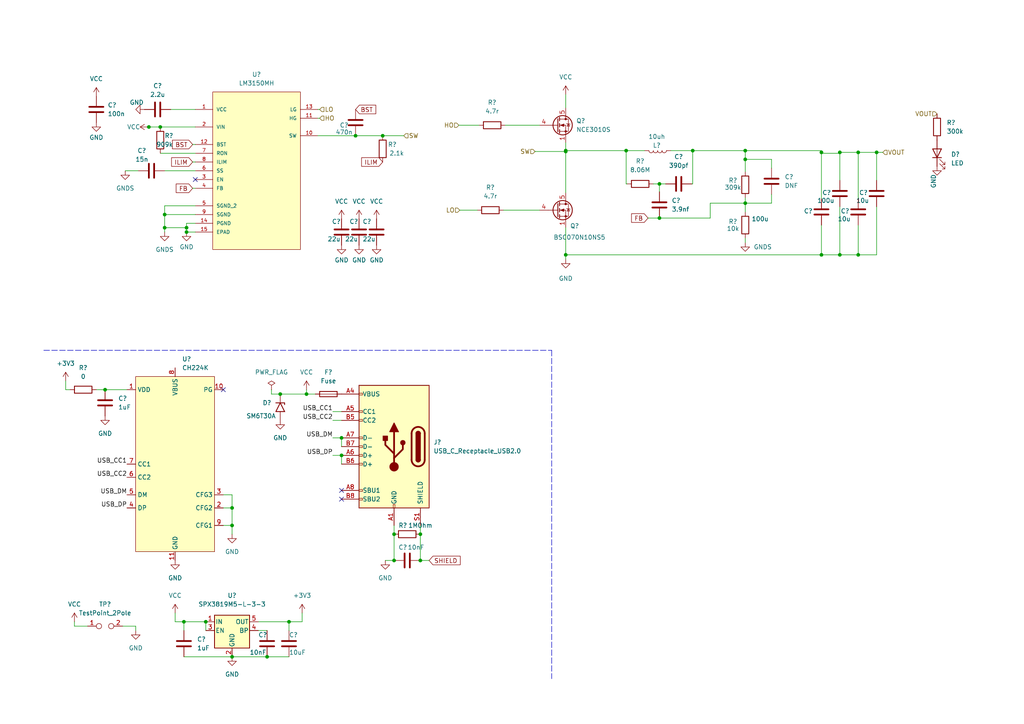
<source format=kicad_sch>
(kicad_sch (version 20211123) (generator eeschema)
  (paper "A4")
  (lib_symbols
    (symbol "0_RM2023:LM3150MH" (pin_names (offset 1.016))
      (property "Reference" "U" (at -4.4958 22.479 0))
      (property "Value" "LM3150MH" (at -6.1214 -28.7528 0))
      (symbol "LM3150MH_0_0"
        (rectangle (start -12.7 -25.4) (end 12.7 20.32) (stroke (width 0.1524)) (fill (type background)))
        (pin power_in line (at -17.78 15.24 0) (length 5.08) (name "VCC") (number "1"))
        (pin output line (at 17.78 7.62 180) (length 5.08) (name "SW") (number "10"))
        (pin output line (at 17.78 12.7 180) (length 5.08) (name "HG") (number "11"))
        (pin input line (at -17.78 5.08 0) (length 5.08) (name "BST") (number "12"))
        (pin output line (at 17.78 15.24 180) (length 5.08) (name "LG") (number "13"))
        (pin passive line (at -17.78 -17.78 0) (length 5.08) (name "PGND") (number "14"))
        (pin passive line (at -17.78 -20.32 0) (length 5.08) (name "EPAD") (number "15"))
        (pin input line (at -17.78 10.16 0) (length 5.08) (name "VIN") (number "2"))
        (pin input line (at -17.78 -5.08 0) (length 5.08) (name "EN") (number "3"))
        (pin input line (at -17.78 -7.62 0) (length 5.08) (name "FB") (number "4"))
        (pin passive line (at -17.78 -12.7 0) (length 5.08) (name "SGND_2") (number "5"))
        (pin input line (at -17.78 -2.54 0) (length 5.08) (name "SS") (number "6"))
        (pin input line (at -17.78 2.54 0) (length 5.08) (name "RON") (number "7"))
        (pin input line (at -17.78 0 0) (length 5.08) (name "ILIM") (number "8"))
        (pin passive line (at -17.78 -15.24 0) (length 5.08) (name "SGND") (number "9"))
      )
    )
    (symbol "Connector:TestPoint_2Pole" (pin_names (offset 0.762) hide)
      (property "Reference" "TP" (at 0 1.524 0))
      (property "Value" "TestPoint_2Pole" (at 0 -1.778 0))
      (symbol "TestPoint_2Pole_0_1"
        (circle (center -1.778 0) (radius 0.762))
        (circle (center 1.778 0) (radius 0.762))
        (pin passive line (at -5.08 0 0) (length 2.54) (name "1") (number "1"))
        (pin passive line (at 5.08 0 180) (length 2.54) (name "2") (number "2"))
      )
    )
    (symbol "Connector:USB_C_Receptacle_USB2.0" (pin_names (offset 1.016))
      (property "Reference" "J" (at -10.16 19.05 0))
      (property "Value" "USB_C_Receptacle_USB2.0" (at 19.05 19.05 0))
      (symbol "USB_C_Receptacle_USB2.0_0_0"
        (rectangle (start -0.254 -17.78) (end 0.254 -16.764))
        (rectangle (start 10.16 -14.986) (end 9.144 -15.494))
        (rectangle (start 10.16 -12.446) (end 9.144 -12.954))
        (rectangle (start 10.16 -4.826) (end 9.144 -5.334))
        (rectangle (start 10.16 -2.286) (end 9.144 -2.794))
        (rectangle (start 10.16 0.254) (end 9.144 -0.254))
        (rectangle (start 10.16 2.794) (end 9.144 2.286))
        (rectangle (start 10.16 7.874) (end 9.144 7.366))
        (rectangle (start 10.16 10.414) (end 9.144 9.906))
        (rectangle (start 10.16 15.494) (end 9.144 14.986))
      )
      (symbol "USB_C_Receptacle_USB2.0_0_1"
        (rectangle (start -10.16 17.78) (end 10.16 -17.78) (stroke (width 0.254)) (fill (type background)))
        (arc (start -8.89 -3.81) (mid -6.985 -5.715) (end -5.08 -3.81) (stroke (width 0.508)))
        (arc (start -7.62 -3.81) (mid -6.985 -4.445) (end -6.35 -3.81) (stroke (width 0.254)))
        (arc (start -7.62 -3.81) (mid -6.985 -4.445) (end -6.35 -3.81) (stroke (width 0.254)) (fill (type outline)))
        (rectangle (start -7.62 -3.81) (end -6.35 3.81) (stroke (width 0.254)) (fill (type outline)))
        (arc (start -6.35 3.81) (mid -6.985 4.445) (end -7.62 3.81) (stroke (width 0.254)))
        (arc (start -6.35 3.81) (mid -6.985 4.445) (end -7.62 3.81) (stroke (width 0.254)) (fill (type outline)))
        (arc (start -5.08 3.81) (mid -6.985 5.715) (end -8.89 3.81) (stroke (width 0.508)))
        (circle (center -2.54 1.143) (radius 0.635) (stroke (width 0.254)) (fill (type outline)))
        (circle (center 0 -5.842) (radius 1.27) (fill (type outline)))
        (polyline (pts (xy -8.89 -3.81) (xy -8.89 3.81)) (stroke (width 0.508)))
        (polyline (pts (xy -5.08 3.81) (xy -5.08 -3.81)) (stroke (width 0.508)))
        (polyline (pts (xy 0 -5.842) (xy 0 4.318)) (stroke (width 0.508)))
        (polyline (pts (xy 0 -3.302) (xy -2.54 -0.762) (xy -2.54 0.508)) (stroke (width 0.508)))
        (polyline (pts (xy 0 -2.032) (xy 2.54 0.508) (xy 2.54 1.778)) (stroke (width 0.508)))
        (polyline (pts (xy -1.27 4.318) (xy 0 6.858) (xy 1.27 4.318) (xy -1.27 4.318)) (stroke (width 0.254)) (fill (type outline)))
        (rectangle (start 1.905 1.778) (end 3.175 3.048) (stroke (width 0.254)) (fill (type outline)))
      )
      (symbol "USB_C_Receptacle_USB2.0_1_1"
        (pin passive line (at 0 -22.86 90) (length 5.08) (name "GND") (number "A1"))
        (pin passive line (at 0 -22.86 90) (length 5.08) hide (name "GND") (number "A12"))
        (pin passive line (at 15.24 15.24 180) (length 5.08) (name "VBUS") (number "A4"))
        (pin bidirectional line (at 15.24 10.16 180) (length 5.08) (name "CC1") (number "A5"))
        (pin bidirectional line (at 15.24 -2.54 180) (length 5.08) (name "D+") (number "A6"))
        (pin bidirectional line (at 15.24 2.54 180) (length 5.08) (name "D-") (number "A7"))
        (pin bidirectional line (at 15.24 -12.7 180) (length 5.08) (name "SBU1") (number "A8"))
        (pin passive line (at 15.24 15.24 180) (length 5.08) hide (name "VBUS") (number "A9"))
        (pin passive line (at 0 -22.86 90) (length 5.08) hide (name "GND") (number "B1"))
        (pin passive line (at 0 -22.86 90) (length 5.08) hide (name "GND") (number "B12"))
        (pin passive line (at 15.24 15.24 180) (length 5.08) hide (name "VBUS") (number "B4"))
        (pin bidirectional line (at 15.24 7.62 180) (length 5.08) (name "CC2") (number "B5"))
        (pin bidirectional line (at 15.24 -5.08 180) (length 5.08) (name "D+") (number "B6"))
        (pin bidirectional line (at 15.24 0 180) (length 5.08) (name "D-") (number "B7"))
        (pin bidirectional line (at 15.24 -15.24 180) (length 5.08) (name "SBU2") (number "B8"))
        (pin passive line (at 15.24 15.24 180) (length 5.08) hide (name "VBUS") (number "B9"))
        (pin passive line (at -7.62 -22.86 90) (length 5.08) (name "SHIELD") (number "S1"))
      )
    )
    (symbol "Device:C" (pin_numbers hide) (pin_names (offset 0.254))
      (property "Reference" "C" (at 0.635 2.54 0))
      (property "Value" "C" (at 0.635 -2.54 0))
      (symbol "C_0_1"
        (polyline (pts (xy -2.032 -0.762) (xy 2.032 -0.762)) (stroke (width 0.508)))
        (polyline (pts (xy -2.032 0.762) (xy 2.032 0.762)) (stroke (width 0.508)))
      )
      (symbol "C_1_1"
        (pin passive line (at 0 3.81 270) (length 2.794) (name "~") (number "1"))
        (pin passive line (at 0 -3.81 90) (length 2.794) (name "~") (number "2"))
      )
    )
    (symbol "Device:Fuse" (pin_numbers hide) (pin_names (offset 0))
      (property "Reference" "F" (at 2.032 0 90))
      (property "Value" "Fuse" (at -1.905 0 90))
      (symbol "Fuse_0_1"
        (rectangle (start -0.762 -2.54) (end 0.762 2.54) (stroke (width 0.254)))
        (polyline (pts (xy 0 2.54) (xy 0 -2.54)))
      )
      (symbol "Fuse_1_1"
        (pin passive line (at 0 3.81 270) (length 1.27) (name "~") (number "1"))
        (pin passive line (at 0 -3.81 90) (length 1.27) (name "~") (number "2"))
      )
    )
    (symbol "Device:L" (pin_numbers hide) (pin_names (offset 1.016) hide)
      (property "Reference" "L" (at -1.27 0 90))
      (property "Value" "L" (at 1.905 0 90))
      (symbol "L_0_1"
        (arc (start 0 -2.54) (mid 0.635 -1.905) (end 0 -1.27))
        (arc (start 0 -1.27) (mid 0.635 -0.635) (end 0 0))
        (arc (start 0 0) (mid 0.635 0.635) (end 0 1.27))
        (arc (start 0 1.27) (mid 0.635 1.905) (end 0 2.54))
      )
      (symbol "L_1_1"
        (pin passive line (at 0 3.81 270) (length 1.27) (name "1") (number "1"))
        (pin passive line (at 0 -3.81 90) (length 1.27) (name "2") (number "2"))
      )
    )
    (symbol "Device:LED" (pin_numbers hide) (pin_names (offset 1.016) hide)
      (property "Reference" "D" (at 0 2.54 0))
      (property "Value" "LED" (at 0 -2.54 0))
      (symbol "LED_0_1"
        (polyline (pts (xy -1.27 -1.27) (xy -1.27 1.27)) (stroke (width 0.254)))
        (polyline (pts (xy -1.27 0) (xy 1.27 0)))
        (polyline (pts (xy 1.27 -1.27) (xy 1.27 1.27) (xy -1.27 0) (xy 1.27 -1.27)) (stroke (width 0.254)))
        (polyline (pts (xy -3.048 -0.762) (xy -4.572 -2.286) (xy -3.81 -2.286) (xy -4.572 -2.286) (xy -4.572 -1.524)))
        (polyline (pts (xy -1.778 -0.762) (xy -3.302 -2.286) (xy -2.54 -2.286) (xy -3.302 -2.286) (xy -3.302 -1.524)))
      )
      (symbol "LED_1_1"
        (pin passive line (at -3.81 0 0) (length 2.54) (name "K") (number "1"))
        (pin passive line (at 3.81 0 180) (length 2.54) (name "A") (number "2"))
      )
    )
    (symbol "Device:R" (pin_numbers hide) (pin_names (offset 0))
      (property "Reference" "R" (at 2.032 0 90))
      (property "Value" "R" (at 0 0 90))
      (symbol "R_0_1"
        (rectangle (start -1.016 -2.54) (end 1.016 2.54) (stroke (width 0.254)))
      )
      (symbol "R_1_1"
        (pin passive line (at 0 3.81 270) (length 1.27) (name "~") (number "1"))
        (pin passive line (at 0 -3.81 90) (length 1.27) (name "~") (number "2"))
      )
    )
    (symbol "Diode:SM6T30A" (pin_numbers hide) (pin_names (offset 1.016) hide)
      (property "Reference" "D" (at 0 2.54 0))
      (property "Value" "SM6T30A" (at 0 -2.54 0))
      (symbol "SM6T30A_0_1"
        (polyline (pts (xy -0.762 1.27) (xy -1.27 1.27) (xy -1.27 -1.27)) (stroke (width 0.254)))
        (polyline (pts (xy 1.27 1.27) (xy 1.27 -1.27) (xy -1.27 0) (xy 1.27 1.27)) (stroke (width 0.254)))
      )
      (symbol "SM6T30A_1_1"
        (pin passive line (at -3.81 0 0) (length 2.54) (name "A1") (number "1"))
        (pin passive line (at 3.81 0 180) (length 2.54) (name "A2") (number "2"))
      )
    )
    (symbol "Regulator_Linear:SPX3819M5-L-3-3" (pin_names (offset 0.254))
      (property "Reference" "U" (at -3.81 5.715 0))
      (property "Value" "SPX3819M5-L-3-3" (at 0 5.715 0))
      (symbol "SPX3819M5-L-3-3_0_1"
        (rectangle (start -5.08 4.445) (end 5.08 -5.08) (stroke (width 0.254)) (fill (type background)))
      )
      (symbol "SPX3819M5-L-3-3_1_1"
        (pin power_in line (at -7.62 2.54 0) (length 2.54) (name "IN") (number "1"))
        (pin power_in line (at 0 -7.62 90) (length 2.54) (name "GND") (number "2"))
        (pin input line (at -7.62 0 0) (length 2.54) (name "EN") (number "3"))
        (pin input line (at 7.62 0 180) (length 2.54) (name "BP") (number "4"))
        (pin power_out line (at 7.62 2.54 180) (length 2.54) (name "OUT") (number "5"))
      )
    )
    (symbol "Transistor_FET:BSC070N10NS5" (pin_names hide)
      (property "Reference" "Q" (at 5.08 1.905 0))
      (property "Value" "BSC070N10NS5" (at 5.08 0 0))
      (symbol "BSC070N10NS5_0_1"
        (polyline (pts (xy 0.254 0) (xy -2.54 0)))
        (polyline (pts (xy 0.254 1.905) (xy 0.254 -1.905)) (stroke (width 0.254)))
        (polyline (pts (xy 0.762 -1.27) (xy 0.762 -2.286)) (stroke (width 0.254)))
        (polyline (pts (xy 0.762 0.508) (xy 0.762 -0.508)) (stroke (width 0.254)))
        (polyline (pts (xy 0.762 2.286) (xy 0.762 1.27)) (stroke (width 0.254)))
        (polyline (pts (xy 2.54 2.54) (xy 2.54 1.778)))
        (polyline (pts (xy 2.54 -2.54) (xy 2.54 0) (xy 0.762 0)))
        (polyline (pts (xy 0.762 -1.778) (xy 3.302 -1.778) (xy 3.302 1.778) (xy 0.762 1.778)))
        (polyline (pts (xy 1.016 0) (xy 2.032 0.381) (xy 2.032 -0.381) (xy 1.016 0)) (fill (type outline)))
        (polyline (pts (xy 2.794 0.508) (xy 2.921 0.381) (xy 3.683 0.381) (xy 3.81 0.254)))
        (polyline (pts (xy 3.302 0.381) (xy 2.921 -0.254) (xy 3.683 -0.254) (xy 3.302 0.381)))
        (circle (center 1.651 0) (radius 2.794) (stroke (width 0.254)))
        (circle (center 2.54 -1.778) (radius 0.254) (fill (type outline)))
        (circle (center 2.54 1.778) (radius 0.254) (fill (type outline)))
      )
      (symbol "BSC070N10NS5_1_1"
        (pin passive line (at 2.54 -5.08 90) (length 2.54) (name "S") (number "1"))
        (pin passive line (at 2.54 -5.08 90) (length 2.54) hide (name "S") (number "2"))
        (pin passive line (at 2.54 -5.08 90) (length 2.54) hide (name "S") (number "3"))
        (pin passive line (at -5.08 0 0) (length 2.54) (name "G") (number "4"))
        (pin passive line (at 2.54 5.08 270) (length 2.54) (name "D") (number "5"))
      )
    )
    (symbol "power:+3V3" (power) (pin_names (offset 0))
      (property "Value" "+3V3" (at 0 3.556 0))
      (symbol "+3V3_0_1"
        (polyline (pts (xy -0.762 1.27) (xy 0 2.54)))
        (polyline (pts (xy 0 0) (xy 0 2.54)))
        (polyline (pts (xy 0 2.54) (xy 0.762 1.27)))
      )
      (symbol "+3V3_1_1"
        (pin power_in line (at 0 0 90) (length 0) hide (name "+3V3") (number "1"))
      )
    )
    (symbol "power:GND" (power) (pin_names (offset 0))
      (property "Value" "GND" (at 0 -3.81 0))
      (symbol "GND_0_1"
        (polyline (pts (xy 0 0) (xy 0 -1.27) (xy 1.27 -1.27) (xy 0 -2.54) (xy -1.27 -1.27) (xy 0 -1.27)))
      )
      (symbol "GND_1_1"
        (pin power_in line (at 0 0 270) (length 0) hide (name "GND") (number "1"))
      )
    )
    (symbol "power:GNDS" (power) (pin_names (offset 0))
      (property "Value" "GNDS" (at 0 -3.81 0))
      (symbol "GNDS_0_1"
        (polyline (pts (xy 0 0) (xy 0 -1.27) (xy 1.27 -1.27) (xy 0 -2.54) (xy -1.27 -1.27) (xy 0 -1.27)))
      )
      (symbol "GNDS_1_1"
        (pin power_in line (at 0 0 270) (length 0) hide (name "GNDS") (number "1"))
      )
    )
    (symbol "power:PWR_FLAG" (power) (pin_numbers hide) (pin_names (offset 0) hide)
      (property "Value" "PWR_FLAG" (at 0 3.81 0))
      (symbol "PWR_FLAG_0_0"
        (pin power_out line (at 0 0 90) (length 0) (name "pwr") (number "1"))
      )
      (symbol "PWR_FLAG_0_1"
        (polyline (pts (xy 0 0) (xy 0 1.27) (xy -1.016 1.905) (xy 0 2.54) (xy 1.016 1.905) (xy 0 1.27)))
      )
    )
    (symbol "power:VCC" (power) (pin_names (offset 0))
      (property "Value" "VCC" (at 0 3.81 0))
      (symbol "VCC_0_1"
        (polyline (pts (xy -0.762 1.27) (xy 0 2.54)))
        (polyline (pts (xy 0 0) (xy 0 2.54)))
        (polyline (pts (xy 0 2.54) (xy 0.762 1.27)))
      )
      (symbol "VCC_1_1"
        (pin power_in line (at 0 0 90) (length 0) hide (name "VCC") (number "1"))
      )
    )
    (symbol "wch-usb-pd:CH224K"
      (property "Reference" "U" (at 7.62 -29.21 0))
      (property "Value" "CH224K" (at 7.62 -26.67 0))
      (symbol "CH224K_0_1"
        (rectangle (start -11.43 25.4) (end 11.43 -25.4) (stroke (width 0.1524)) (fill (type background)))
      )
      (symbol "CH224K_1_1"
        (pin power_in line (at -13.97 21.59 0) (length 2.54) (name "VDD") (number "1"))
        (pin output line (at 13.97 21.59 180) (length 2.54) (name "PG") (number "10"))
        (pin passive line (at 0 -27.94 90) (length 2.54) (name "GND") (number "11"))
        (pin input line (at 13.97 -12.7 180) (length 2.54) (name "CFG2") (number "2"))
        (pin input line (at 13.97 -8.89 180) (length 2.54) (name "CFG3") (number "3"))
        (pin bidirectional line (at -13.97 -12.7 0) (length 2.54) (name "DP") (number "4"))
        (pin bidirectional line (at -13.97 -8.89 0) (length 2.54) (name "DM") (number "5"))
        (pin bidirectional line (at -13.97 -3.81 0) (length 2.54) (name "CC2") (number "6"))
        (pin bidirectional line (at -13.97 0 0) (length 2.54) (name "CC1") (number "7"))
        (pin input line (at 0 27.94 270) (length 2.54) (name "VBUS") (number "8"))
        (pin input line (at 13.97 -17.78 180) (length 2.54) (name "CFG1") (number "9"))
      )
    )
  )
  (junction (at 254.254 44.196))
  (junction (at 121.92 154.94))
  (junction (at 114.3 154.94))
  (junction (at 248.92 73.914))
  (junction (at 243.586 44.196))
  (junction (at 110.998 39.37))
  (junction (at 47.752 66.04))
  (junction (at 30.48 113.03))
  (junction (at 81.28 114.3))
  (junction (at 164.084 73.914))
  (junction (at 83.82 180.34))
  (junction (at 43.18 36.83))
  (junction (at 103.124 39.37))
  (junction (at 67.31 190.5))
  (junction (at 216.154 43.688))
  (junction (at 54.102 66.04))
  (junction (at 99.06 132.08))
  (junction (at 67.31 152.4))
  (junction (at 216.154 46.228))
  (junction (at 99.06 127))
  (junction (at 164.084 43.942))
  (junction (at 54.102 67.31))
  (junction (at 46.482 36.83))
  (junction (at 53.34 180.34))
  (junction (at 238.252 73.914))
  (junction (at 191.262 63.246))
  (junction (at 121.92 162.56))
  (junction (at 216.154 58.928))
  (junction (at 200.914 43.688))
  (junction (at 243.586 73.914))
  (junction (at 114.3 162.56))
  (junction (at 77.47 190.5))
  (junction (at 164.084 43.688))
  (junction (at 47.752 62.23))
  (junction (at 181.61 43.688))
  (junction (at 67.31 147.32))
  (junction (at 191.262 53.34))
  (junction (at 59.69 180.34))
  (junction (at 88.9 114.3))
  (junction (at 248.92 44.196))
  (junction (at 238.252 44.196))
  (no_connect (at 64.77 113.03))
  (no_connect (at 56.642 52.07))
  (no_connect (at 99.06 142.24))
  (no_connect (at 99.06 144.78))
  (wire (pts (xy 111.76 162.56) (xy 114.3 162.56)))
  (wire (pts (xy 133.096 36.322) (xy 138.938 36.322)))
  (wire (pts (xy 67.31 190.5) (xy 77.47 190.5)))
  (wire (pts (xy 133.35 60.96) (xy 138.43 60.96)))
  (wire (pts (xy 54.102 67.31) (xy 56.642 67.31)))
  (wire (pts (xy 155.194 43.942) (xy 164.084 43.942)))
  (wire (pts (xy 53.34 190.5) (xy 67.31 190.5)))
  (wire (pts (xy 50.8 177.8) (xy 50.8 180.34)))
  (wire (pts (xy 59.69 180.34) (xy 59.69 182.88)))
  (wire (pts (xy 191.262 53.34) (xy 189.484 53.34)))
  (wire (pts (xy 238.252 44.196) (xy 238.252 57.658)))
  (wire (pts (xy 248.92 73.914) (xy 254.254 73.914)))
  (wire (pts (xy 46.482 36.83) (xy 56.642 36.83)))
  (wire (pts (xy 146.558 36.322) (xy 156.464 36.322)))
  (wire (pts (xy 49.53 31.75) (xy 56.642 31.75)))
  (wire (pts (xy 243.586 73.914) (xy 248.92 73.914)))
  (wire (pts (xy 238.506 44.45) (xy 238.252 44.196)))
  (wire (pts (xy 39.37 181.61) (xy 35.56 181.61)))
  (wire (pts (xy 47.752 62.23) (xy 56.642 62.23)))
  (wire (pts (xy 186.944 43.688) (xy 181.61 43.688)))
  (polyline (pts (xy 160.02 101.6) (xy 160.02 196.85)))
  (wire (pts (xy 67.31 154.94) (xy 67.31 152.4)))
  (wire (pts (xy 99.06 127) (xy 99.06 129.54)))
  (wire (pts (xy 114.3 152.4) (xy 114.3 154.94)))
  (wire (pts (xy 243.84 44.45) (xy 243.586 44.196)))
  (wire (pts (xy 78.74 114.3) (xy 81.28 114.3)))
  (wire (pts (xy 92.202 34.29) (xy 92.71 34.29)))
  (wire (pts (xy 164.084 66.04) (xy 164.084 73.914)))
  (wire (pts (xy 64.77 147.32) (xy 67.31 147.32)))
  (wire (pts (xy 19.05 110.49) (xy 19.05 113.03)))
  (wire (pts (xy 56.642 41.91) (xy 55.88 41.91)))
  (wire (pts (xy 110.998 39.37) (xy 117.094 39.37)))
  (wire (pts (xy 238.506 44.45) (xy 243.84 44.45)))
  (wire (pts (xy 92.202 31.75) (xy 92.71 31.75)))
  (wire (pts (xy 164.084 75.184) (xy 164.084 73.914)))
  (wire (pts (xy 243.586 44.196) (xy 248.92 44.196)))
  (wire (pts (xy 216.154 58.928) (xy 216.154 57.404)))
  (wire (pts (xy 200.66 53.34) (xy 200.914 53.34)))
  (wire (pts (xy 56.642 46.99) (xy 55.88 46.99)))
  (wire (pts (xy 205.994 63.246) (xy 205.994 58.928)))
  (wire (pts (xy 146.05 60.96) (xy 156.464 60.96)))
  (wire (pts (xy 96.52 119.38) (xy 99.06 119.38)))
  (wire (pts (xy 193.04 53.34) (xy 191.262 53.34)))
  (wire (pts (xy 223.774 48.768) (xy 223.774 46.228)))
  (wire (pts (xy 164.084 43.688) (xy 164.084 41.402)))
  (wire (pts (xy 81.28 114.3) (xy 88.9 114.3)))
  (wire (pts (xy 56.642 64.77) (xy 54.102 64.77)))
  (wire (pts (xy 92.202 39.37) (xy 103.124 39.37)))
  (wire (pts (xy 67.31 143.51) (xy 64.77 143.51)))
  (wire (pts (xy 164.084 43.688) (xy 164.084 43.942)))
  (wire (pts (xy 74.93 182.88) (xy 77.47 182.88)))
  (wire (pts (xy 21.59 181.61) (xy 25.4 181.61)))
  (wire (pts (xy 194.564 43.688) (xy 200.914 43.688)))
  (wire (pts (xy 254.254 44.196) (xy 256.032 44.196)))
  (wire (pts (xy 83.82 180.34) (xy 83.82 182.88)))
  (wire (pts (xy 87.63 177.8) (xy 87.63 180.34)))
  (wire (pts (xy 78.74 113.03) (xy 78.74 114.3)))
  (wire (pts (xy 248.92 65.278) (xy 248.92 73.914)))
  (wire (pts (xy 56.642 59.69) (xy 47.752 59.69)))
  (wire (pts (xy 54.102 64.77) (xy 54.102 66.04)))
  (wire (pts (xy 238.252 43.688) (xy 238.252 44.196)))
  (wire (pts (xy 181.61 53.34) (xy 181.864 53.34)))
  (wire (pts (xy 216.154 46.228) (xy 216.154 49.784)))
  (wire (pts (xy 121.92 152.4) (xy 121.92 154.94)))
  (wire (pts (xy 164.084 43.942) (xy 164.084 55.88)))
  (wire (pts (xy 216.154 61.468) (xy 216.154 58.928)))
  (wire (pts (xy 181.61 43.688) (xy 181.61 53.34)))
  (wire (pts (xy 53.34 180.34) (xy 53.34 182.88)))
  (wire (pts (xy 74.93 180.34) (xy 83.82 180.34)))
  (wire (pts (xy 121.92 162.56) (xy 124.46 162.56)))
  (wire (pts (xy 238.252 73.914) (xy 243.586 73.914)))
  (wire (pts (xy 205.994 58.928) (xy 216.154 58.928)))
  (wire (pts (xy 254.254 44.196) (xy 254.254 52.324)))
  (wire (pts (xy 46.482 44.45) (xy 56.642 44.45)))
  (wire (pts (xy 39.37 182.88) (xy 39.37 181.61)))
  (wire (pts (xy 216.154 69.088) (xy 216.154 70.358)))
  (wire (pts (xy 30.48 113.03) (xy 36.83 113.03)))
  (wire (pts (xy 47.752 62.23) (xy 47.752 66.04)))
  (wire (pts (xy 187.96 63.246) (xy 191.262 63.246)))
  (wire (pts (xy 47.752 49.53) (xy 56.642 49.53)))
  (wire (pts (xy 67.31 152.4) (xy 67.31 147.32)))
  (wire (pts (xy 96.52 121.92) (xy 99.06 121.92)))
  (wire (pts (xy 53.34 180.34) (xy 59.69 180.34)))
  (wire (pts (xy 200.914 43.688) (xy 200.914 53.34)))
  (wire (pts (xy 99.06 132.08) (xy 99.06 134.62)))
  (wire (pts (xy 54.102 66.04) (xy 54.102 67.31)))
  (wire (pts (xy 121.92 154.94) (xy 121.92 162.56)))
  (wire (pts (xy 47.752 66.04) (xy 54.102 66.04)))
  (wire (pts (xy 164.084 27.432) (xy 164.084 31.242)))
  (wire (pts (xy 216.154 46.228) (xy 223.774 46.228)))
  (wire (pts (xy 254.254 73.914) (xy 254.254 59.944)))
  (wire (pts (xy 47.752 59.69) (xy 47.752 62.23)))
  (wire (pts (xy 248.92 44.196) (xy 254.254 44.196)))
  (wire (pts (xy 42.926 36.83) (xy 43.18 36.83)))
  (wire (pts (xy 77.47 190.5) (xy 83.82 190.5)))
  (wire (pts (xy 216.154 43.688) (xy 216.154 46.228)))
  (wire (pts (xy 83.82 180.34) (xy 87.63 180.34)))
  (wire (pts (xy 238.252 73.914) (xy 238.252 65.278)))
  (wire (pts (xy 36.322 49.53) (xy 40.132 49.53)))
  (wire (pts (xy 164.084 43.688) (xy 181.61 43.688)))
  (wire (pts (xy 191.262 63.246) (xy 205.994 63.246)))
  (wire (pts (xy 114.3 154.94) (xy 114.3 162.56)))
  (polyline (pts (xy 12.7 101.6) (xy 160.02 101.6)))
  (wire (pts (xy 64.77 152.4) (xy 67.31 152.4)))
  (wire (pts (xy 103.124 39.37) (xy 110.998 39.37)))
  (wire (pts (xy 43.18 36.83) (xy 46.482 36.83)))
  (wire (pts (xy 164.084 73.914) (xy 238.252 73.914)))
  (wire (pts (xy 56.642 54.61) (xy 55.88 54.61)))
  (wire (pts (xy 223.774 58.928) (xy 216.154 58.928)))
  (wire (pts (xy 88.9 114.3) (xy 91.44 114.3)))
  (wire (pts (xy 19.05 113.03) (xy 20.32 113.03)))
  (wire (pts (xy 200.914 43.688) (xy 216.154 43.688)))
  (wire (pts (xy 191.262 55.626) (xy 191.262 53.34)))
  (wire (pts (xy 27.94 113.03) (xy 30.48 113.03)))
  (wire (pts (xy 243.586 44.196) (xy 243.586 52.324)))
  (wire (pts (xy 67.31 147.32) (xy 67.31 143.51)))
  (wire (pts (xy 96.52 132.08) (xy 99.06 132.08)))
  (wire (pts (xy 50.8 180.34) (xy 53.34 180.34)))
  (wire (pts (xy 223.774 56.388) (xy 223.774 58.928)))
  (wire (pts (xy 243.586 59.944) (xy 243.586 73.914)))
  (wire (pts (xy 21.59 180.34) (xy 21.59 181.61)))
  (wire (pts (xy 216.154 43.688) (xy 238.252 43.688)))
  (wire (pts (xy 88.9 113.03) (xy 88.9 114.3)))
  (wire (pts (xy 47.752 66.04) (xy 47.752 67.31)))
  (wire (pts (xy 96.52 127) (xy 99.06 127)))
  (wire (pts (xy 248.92 44.196) (xy 248.92 57.658)))
  (label "USB_DM" (at 96.52 127 180))
  (label "USB_CC1" (at 36.83 134.62 180))
  (label "USB_DP" (at 96.52 132.08 180))
  (label "USB_CC2" (at 96.52 121.92 180))
  (label "USB_CC1" (at 96.52 119.38 180))
  (label "USB_CC2" (at 36.83 138.43 180))
  (label "USB_DM" (at 36.83 143.51 180))
  (label "USB_DP" (at 36.83 147.32 180))
  (global_label "BST" (shape input) (at 103.124 31.75 0) (property "Intersheet References" "${INTERSHEET_REFS}" (effects hide)))
  (global_label "SHIELD" (shape input) (at 124.46 162.56 0) (property "Intersheet References" "${INTERSHEET_REFS}" (effects hide)))
  (global_label "FB" (shape input) (at 55.88 54.61 180) (property "Intersheet References" "${INTERSHEET_REFS}" (effects hide)))
  (global_label "ILIM" (shape input) (at 110.998 46.99 180) (property "Intersheet References" "${INTERSHEET_REFS}" (effects hide)))
  (global_label "FB" (shape input) (at 187.96 63.246 180) (property "Intersheet References" "${INTERSHEET_REFS}" (effects hide)))
  (global_label "ILIM" (shape input) (at 55.88 46.99 180) (property "Intersheet References" "${INTERSHEET_REFS}" (effects hide)))
  (global_label "BST" (shape input) (at 55.88 41.91 180) (property "Intersheet References" "${INTERSHEET_REFS}" (effects hide)))
  (hierarchical_label "HO" (shape input) (at 92.71 34.29 0))
  (hierarchical_label "VOUT" (shape input) (at 256.032 44.196 0))
  (hierarchical_label "LO" (shape input) (at 133.35 60.96 180))
  (hierarchical_label "LO" (shape input) (at 92.71 31.75 0))
  (hierarchical_label "SW" (shape input) (at 117.094 39.37 0))
  (hierarchical_label "VOUT" (shape input) (at 271.78 33.02 180))
  (hierarchical_label "HO" (shape input) (at 133.096 36.322 180))
  (hierarchical_label "SW" (shape input) (at 155.194 43.942 180))
  (symbol (lib_id "Device:C") (at 223.774 52.578 180) (unit 1)
    (property "Reference" "C?" (at 227.584 51.3079 0) (effects (justify right)))
    (property "Value" "DNF" (at 227.584 53.8479 0) (effects (justify right)))
    (property "Footprint" "Capacitor_SMD:C_0603_1608Metric" (effects hide))
  )
  (symbol (lib_id "Diode:SM6T30A") (at 81.28 118.11 270) (unit 1)
    (property "Reference" "D?" (at 78.74 116.84 90) (effects (justify right)))
    (property "Value" "SM6T30A" (at 80.01 120.65 90) (effects (justify right)))
    (property "Footprint" "Diode_SMD:D_SMA-SMB_Universal_Handsoldering" (effects hide))
    (property "Datasheet" "https://www.st.com/resource/en/datasheet/sm6t.pdf" (effects hide))
  )
  (symbol (lib_id "Device:C") (at 99.06 67.31 0) (unit 1)
    (property "Reference" "C?" (at 96.266 64.262 0) (effects (justify left)))
    (property "Value" "22u" (at 94.996 69.342 0) (effects (justify left)))
    (property "Footprint" "Capacitor_SMD:C_1206_3216Metric_Pad1.33x1.80mm_HandSolder" (effects hide))
  )
  (symbol (lib_id "power:GNDS") (at 36.322 49.53 0) (mirror y) (unit 1)
    (property "Reference" "#PWR?" (effects hide))
    (property "Value" "GNDS" (at 36.322 54.61 0))
  )
  (symbol (lib_id "Device:C") (at 83.82 186.69 0) (unit 1)
    (property "Reference" "C?" (at 83.82 184.15 0) (effects (justify left)))
    (property "Value" "10uF" (at 83.82 189.23 0) (effects (justify left)))
    (property "Footprint" "Capacitor_SMD:C_1206_3216Metric" (effects hide))
  )
  (symbol (lib_id "0_RM2023:LM3150MH") (at 74.422 46.99 0) (unit 1)
    (property "Reference" "U?" (at 74.422 21.59 0))
    (property "Value" "LM3150MH" (at 74.422 24.13 0))
    (property "Footprint" "Package_SO:HTSSOP-14-1EP_4.4x5mm_P0.65mm_EP3.4x5mm_Mask3x3.1mm" (effects hide))
    (property "PACKAGE" "TSSOP-14" (effects hide))
    (property "OC_NEWARK" "34P4821" (effects hide))
    (property "MPN" "LM3150MH" (effects hide))
    (property "OC_FARNELL" "-" (effects hide))
    (property "SUPPLIER" "National Semiconductor" (effects hide))
  )
  (symbol (lib_id "power:GND") (at 67.31 154.94 0) (unit 1)
    (property "Reference" "#PWR?" (effects hide))
    (property "Value" "GND" (at 67.31 160.02 0))
  )
  (symbol (lib_id "power:VCC") (at 50.8 177.8 0) (unit 1)
    (property "Reference" "#PWR?" (effects hide))
    (property "Value" "VCC" (at 50.8 172.72 0))
  )
  (symbol (lib_id "power:GNDS") (at 216.154 70.358 0) (mirror y) (unit 1)
    (property "Reference" "#PWR?" (effects hide))
    (property "Value" "GNDS" (at 221.234 71.628 0))
  )
  (symbol (lib_id "Transistor_FET:BSC070N10NS5") (at 161.544 36.322 0) (unit 1)
    (property "Reference" "Q?" (at 167.132 35.0519 0) (effects (justify left)))
    (property "Value" "NCE3010S" (at 167.132 37.5919 0) (effects (justify left)))
    (property "Footprint" "Package_SO:SOP-8_3.9x4.9mm_P1.27mm" (effects hide))
    (property "Datasheet" "https://item.szlcsc.com/137432.html" (effects hide))
  )
  (symbol (lib_id "power:VCC") (at 21.59 180.34 0) (unit 1)
    (property "Reference" "#PWR?" (effects hide))
    (property "Value" "VCC" (at 21.59 175.26 0))
  )
  (symbol (lib_id "power:GND") (at 27.94 35.56 0) (unit 1)
    (property "Reference" "#PWR?" (effects hide))
    (property "Value" "GND" (at 25.908 39.878 0) (effects (justify left)))
  )
  (symbol (lib_id "Device:C") (at 27.94 31.75 0) (unit 1)
    (property "Reference" "C?" (at 31.242 30.4799 0) (effects (justify left)))
    (property "Value" "100n" (at 31.242 33.0199 0) (effects (justify left)))
    (property "Footprint" "Capacitor_SMD:C_0603_1608Metric" (effects hide))
  )
  (symbol (lib_id "power:+3V3") (at 19.05 110.49 0) (unit 1)
    (property "Reference" "#PWR?" (effects hide))
    (property "Value" "+3V3" (at 19.05 105.41 0))
  )
  (symbol (lib_id "power:VCC") (at 104.14 63.5 0) (unit 1)
    (property "Reference" "#PWR?" (effects hide))
    (property "Value" "VCC" (at 104.14 58.42 0))
  )
  (symbol (lib_id "power:VCC") (at 88.9 113.03 0) (unit 1)
    (property "Reference" "#PWR?" (effects hide))
    (property "Value" "VCC" (at 88.9 107.95 0))
  )
  (symbol (lib_id "Device:C") (at 77.47 186.69 0) (unit 1)
    (property "Reference" "C?" (at 74.93 184.15 0) (effects (justify left)))
    (property "Value" "10nF" (at 72.39 189.23 0) (effects (justify left)))
    (property "Footprint" "Capacitor_SMD:C_0603_1608Metric" (effects hide))
  )
  (symbol (lib_id "Device:R") (at 142.748 36.322 90) (unit 1)
    (property "Reference" "R?" (at 142.748 29.718 90))
    (property "Value" "4.7r" (at 142.748 32.258 90))
    (property "Footprint" "Resistor_SMD:R_0603_1608Metric" (effects hide))
  )
  (symbol (lib_id "power:GND") (at 50.8 162.56 0) (unit 1)
    (property "Reference" "#PWR?" (effects hide))
    (property "Value" "GND" (at 50.8 167.64 0))
  )
  (symbol (lib_id "power:VCC") (at 43.18 36.83 90) (unit 1)
    (property "Reference" "#PWR?" (effects hide))
    (property "Value" "VCC" (at 36.83 36.83 90) (effects (justify right)))
  )
  (symbol (lib_id "Regulator_Linear:SPX3819M5-L-3-3") (at 67.31 182.88 0) (unit 1)
    (property "Reference" "U?" (at 67.31 172.72 0))
    (property "Value" "SPX3819M5-L-3-3" (at 67.31 175.26 0))
    (property "Footprint" "Package_TO_SOT_SMD:SOT-23-5" (effects hide))
    (property "Datasheet" "https://www.exar.com/content/document.ashx?id=22106&languageid=1033&type=Datasheet&partnumber=SPX3819&filename=SPX3819.pdf&part=SPX3819" (effects hide))
  )
  (symbol (lib_id "power:VCC") (at 27.94 27.94 0) (unit 1)
    (property "Reference" "#PWR?" (effects hide))
    (property "Value" "VCC" (at 27.94 22.86 0))
  )
  (symbol (lib_id "Transistor_FET:BSC070N10NS5") (at 161.544 60.96 0) (unit 1)
    (property "Reference" "Q?" (at 165.354 65.532 0) (effects (justify left)))
    (property "Value" "BSC070N10NS5" (at 160.528 68.834 0) (effects (justify left)))
    (property "Footprint" "Package_TO_SOT_SMD:TDSON-8-1" (effects hide))
    (property "Datasheet" "http://www.infineon.com/dgdl/Infineon-BSC070N10NS5-DS-v02_01-EN.pdf?fileId=5546d4624a0bf290014a0fc62d9d6b3c" (effects hide))
  )
  (symbol (lib_id "Device:LED") (at 271.78 44.45 90) (unit 1)
    (property "Reference" "D?" (at 275.844 44.7674 90) (effects (justify right)))
    (property "Value" "LED" (at 275.844 47.3074 90) (effects (justify right)))
    (property "Footprint" "LED_SMD:LED_0603_1608Metric" (effects hide))
  )
  (symbol (lib_id "Connector:TestPoint_2Pole") (at 30.48 181.61 0) (unit 1)
    (property "Reference" "TP?" (at 30.48 175.26 0))
    (property "Value" "TestPoint_2Pole" (at 30.48 177.8 0))
    (property "Footprint" "Connector_PinHeader_1.27mm:PinHeader_2x01_P1.27mm_Vertical" (effects hide))
  )
  (symbol (lib_id "power:VCC") (at 99.06 63.5 0) (unit 1)
    (property "Reference" "#PWR?" (effects hide))
    (property "Value" "VCC" (at 99.06 58.42 0))
  )
  (symbol (lib_id "Device:C") (at 254.254 56.134 180) (unit 1)
    (property "Reference" "C?" (at 250.444 55.88 0))
    (property "Value" "10u" (at 250.19 58.166 0))
    (property "Footprint" "Capacitor_SMD:C_1206_3216Metric" (effects hide))
  )
  (symbol (lib_id "power:GNDS") (at 47.752 67.31 0) (mirror y) (unit 1)
    (property "Reference" "#PWR?" (effects hide))
    (property "Value" "GNDS" (at 47.752 72.39 0))
  )
  (symbol (lib_id "power:+3V3") (at 87.63 177.8 0) (unit 1)
    (property "Reference" "#PWR?" (effects hide))
    (property "Value" "+3V3" (at 87.63 172.72 0))
  )
  (symbol (lib_id "Device:C") (at 196.85 53.34 90) (unit 1)
    (property "Reference" "C?" (at 196.85 45.466 90))
    (property "Value" "390pf" (at 196.85 48.006 90))
    (property "Footprint" "Capacitor_SMD:C_0603_1608Metric" (effects hide))
  )
  (symbol (lib_id "power:GND") (at 81.28 121.92 0) (unit 1)
    (property "Reference" "#PWR?" (effects hide))
    (property "Value" "GND" (at 81.28 127 0))
  )
  (symbol (lib_id "Connector:USB_C_Receptacle_USB2.0") (at 114.3 129.54 0) (mirror y) (unit 1)
    (property "Reference" "J?" (at 125.73 128.2699 0) (effects (justify right)))
    (property "Value" "USB_C_Receptacle_USB2.0" (at 125.73 130.8099 0) (effects (justify right)))
    (property "Footprint" "Connector_USB:USB_C_Receptacle_HRO_TYPE-C-31-M-12" (effects hide))
    (property "Datasheet" "https://www.usb.org/sites/default/files/documents/usb_type-c.zip" (effects hide))
  )
  (symbol (lib_id "power:GND") (at 99.06 71.12 0) (unit 1)
    (property "Reference" "#PWR?" (effects hide))
    (property "Value" "GND" (at 97.028 75.438 0) (effects (justify left)))
  )
  (symbol (lib_id "power:VCC") (at 109.22 63.5 0) (unit 1)
    (property "Reference" "#PWR?" (effects hide))
    (property "Value" "VCC" (at 109.22 58.42 0))
  )
  (symbol (lib_id "Device:C") (at 238.252 61.468 180) (unit 1)
    (property "Reference" "C?" (at 234.442 61.214 0))
    (property "Value" "100u" (at 220.472 63.5 0))
    (property "Footprint" "Capacitor_SMD:C_1206_3216Metric" (effects hide))
  )
  (symbol (lib_id "Device:R") (at 24.13 113.03 90) (unit 1)
    (property "Reference" "R?" (at 24.13 106.68 90))
    (property "Value" "0" (at 24.13 109.22 90))
    (property "Footprint" "Resistor_SMD:R_1210_3225Metric" (effects hide))
  )
  (symbol (lib_id "Device:C") (at 118.11 162.56 90) (unit 1)
    (property "Reference" "C?" (at 116.84 158.75 90))
    (property "Value" "10nF" (at 120.65 158.75 90))
    (property "Footprint" "Capacitor_SMD:C_0603_1608Metric" (effects hide))
  )
  (symbol (lib_id "Device:C") (at 248.92 61.468 180) (unit 1)
    (property "Reference" "C?" (at 245.11 61.214 0))
    (property "Value" "10u" (at 244.856 63.5 0))
    (property "Footprint" "Capacitor_SMD:C_1206_3216Metric" (effects hide))
  )
  (symbol (lib_id "Device:C") (at 103.124 35.56 180) (unit 1)
    (property "Reference" "C?" (at 99.822 36.322 0))
    (property "Value" "470n" (at 99.822 38.354 0))
    (property "Footprint" "Capacitor_SMD:C_0603_1608Metric" (effects hide))
  )
  (symbol (lib_id "power:PWR_FLAG") (at 78.74 113.03 0) (unit 1)
    (property "Reference" "#FLG?" (effects hide))
    (property "Value" "PWR_FLAG" (at 78.74 107.95 0))
  )
  (symbol (lib_id "power:GND") (at 30.48 120.65 0) (unit 1)
    (property "Reference" "#PWR?" (effects hide))
    (property "Value" "GND" (at 30.48 125.73 0))
  )
  (symbol (lib_id "Device:R") (at 110.998 43.18 180) (unit 1)
    (property "Reference" "R?" (at 113.792 41.91 0))
    (property "Value" "2.1k" (at 115.062 44.45 0))
    (property "Footprint" "Resistor_SMD:R_0603_1608Metric" (effects hide))
  )
  (symbol (lib_id "power:GND") (at 54.102 67.31 0) (unit 1)
    (property "Reference" "#PWR?" (effects hide))
    (property "Value" "GND" (at 52.07 71.628 0) (effects (justify left)))
  )
  (symbol (lib_id "Device:R") (at 142.24 60.96 90) (unit 1)
    (property "Reference" "R?" (at 142.24 54.356 90))
    (property "Value" "4.7r" (at 142.24 56.896 90))
    (property "Footprint" "Resistor_SMD:R_0603_1608Metric" (effects hide))
  )
  (symbol (lib_id "power:GND") (at 164.084 75.184 0) (unit 1)
    (property "Reference" "#PWR?" (effects hide))
    (property "Value" "GND" (at 164.084 80.772 0))
  )
  (symbol (lib_id "wch-usb-pd:CH224K") (at 50.8 134.62 0) (unit 1)
    (property "Reference" "U?" (at 52.8194 104.14 0) (effects (justify left)))
    (property "Value" "CH224K" (at 52.8194 106.68 0) (effects (justify left)))
    (property "Footprint" "Package_SO:SSOP-10_3.9x4.9mm_P1.00mm" (effects hide))
  )
  (symbol (lib_id "power:GND") (at 67.31 190.5 0) (unit 1)
    (property "Reference" "#PWR?" (effects hide))
    (property "Value" "GND" (at 67.31 195.58 0))
  )
  (symbol (lib_id "Device:R") (at 216.154 53.594 180) (unit 1)
    (property "Reference" "R?" (at 212.598 52.324 0))
    (property "Value" "309k" (at 212.598 54.356 0))
    (property "Footprint" "Resistor_SMD:R_0603_1608Metric" (effects hide))
  )
  (symbol (lib_id "power:GND") (at 39.37 182.88 0) (unit 1)
    (property "Reference" "#PWR?" (effects hide))
    (property "Value" "GND" (at 39.37 187.96 0))
  )
  (symbol (lib_id "Device:C") (at 43.942 49.53 90) (unit 1)
    (property "Reference" "C?" (at 41.148 43.688 90))
    (property "Value" "15n" (at 41.148 46.228 90))
    (property "Footprint" "Capacitor_SMD:C_0603_1608Metric" (effects hide))
  )
  (symbol (lib_id "power:GND") (at 111.76 162.56 0) (unit 1)
    (property "Reference" "#PWR?" (effects hide))
    (property "Value" "GND" (at 111.76 167.64 0))
  )
  (symbol (lib_id "power:VCC") (at 164.084 27.432 0) (unit 1)
    (property "Reference" "#PWR?" (effects hide))
    (property "Value" "VCC" (at 164.084 22.352 0))
  )
  (symbol (lib_id "Device:R") (at 46.482 40.64 0) (mirror x) (unit 1)
    (property "Reference" "R?" (at 49.022 39.37 0))
    (property "Value" "909k" (at 47.752 41.91 0))
    (property "Footprint" "Resistor_SMD:R_0603_1608Metric" (effects hide))
  )
  (symbol (lib_id "power:GND") (at 41.91 31.75 270) (unit 1)
    (property "Reference" "#PWR?" (effects hide))
    (property "Value" "GND" (at 37.592 29.718 90) (effects (justify left)))
  )
  (symbol (lib_id "Device:C") (at 243.586 56.134 180) (unit 1)
    (property "Reference" "C?" (at 239.776 55.88 0))
    (property "Value" "100u" (at 239.522 58.166 0))
    (property "Footprint" "Capacitor_SMD:C_1206_3216Metric" (effects hide))
  )
  (symbol (lib_id "Device:C") (at 30.48 116.84 0) (unit 1)
    (property "Reference" "C?" (at 34.29 115.5699 0) (effects (justify left)))
    (property "Value" "1uF" (at 34.29 118.1099 0) (effects (justify left)))
    (property "Footprint" "Capacitor_SMD:C_0603_1608Metric" (effects hide))
  )
  (symbol (lib_id "Device:R") (at 271.78 36.83 0) (unit 1)
    (property "Reference" "R?" (at 274.574 35.5599 0) (effects (justify left)))
    (property "Value" "300k" (at 274.574 38.0999 0) (effects (justify left)))
    (property "Footprint" "Resistor_SMD:R_0603_1608Metric" (effects hide))
  )
  (symbol (lib_id "Device:C") (at 109.22 67.31 0) (unit 1)
    (property "Reference" "C?" (at 105.156 64.262 0) (effects (justify left)))
    (property "Value" "22u" (at 105.156 69.342 0) (effects (justify left)))
    (property "Footprint" "Capacitor_SMD:C_1206_3216Metric_Pad1.33x1.80mm_HandSolder" (effects hide))
  )
  (symbol (lib_id "Device:L") (at 190.754 43.688 270) (unit 1)
    (property "Reference" "L?" (at 190.5 42.164 90))
    (property "Value" "10uh" (at 190.5 39.624 90))
    (property "Footprint" "0_RM2023:Inductor_RM6" (effects hide))
  )
  (symbol (lib_id "Device:C") (at 104.14 67.31 0) (unit 1)
    (property "Reference" "C?" (at 101.346 64.262 0) (effects (justify left)))
    (property "Value" "22u" (at 100.076 69.342 0) (effects (justify left)))
    (property "Footprint" "Capacitor_SMD:C_1206_3216Metric_Pad1.33x1.80mm_HandSolder" (effects hide))
  )
  (symbol (lib_id "Device:R") (at 216.154 65.278 180) (unit 1)
    (property "Reference" "R?" (at 212.598 64.262 0))
    (property "Value" "10k" (at 212.598 66.294 0))
    (property "Footprint" "Resistor_SMD:R_0603_1608Metric" (effects hide))
  )
  (symbol (lib_id "Device:R") (at 185.674 53.34 90) (unit 1)
    (property "Reference" "R?" (at 185.674 46.736 90))
    (property "Value" "8.06M" (at 185.674 49.276 90))
    (property "Footprint" "Resistor_SMD:R_0603_1608Metric" (effects hide))
  )
  (symbol (lib_id "Device:C") (at 45.72 31.75 90) (unit 1)
    (property "Reference" "C?" (at 45.72 24.892 90))
    (property "Value" "2.2u" (at 45.72 27.432 90))
    (property "Footprint" "Capacitor_SMD:C_1206_3216Metric_Pad1.33x1.80mm_HandSolder" (effects hide))
  )
  (symbol (lib_id "Device:Fuse") (at 95.25 114.3 90) (unit 1)
    (property "Reference" "F?" (at 95.25 107.95 90))
    (property "Value" "Fuse" (at 95.25 110.49 90))
    (property "Footprint" "Fuse:Fuse_1210_3225Metric" (effects hide))
  )
  (symbol (lib_id "power:GND") (at 271.78 48.26 0) (unit 1)
    (property "Reference" "#PWR?" (effects hide))
    (property "Value" "GND" (at 270.764 54.61 90) (effects (justify left)))
  )
  (symbol (lib_id "Device:C") (at 191.262 59.436 180) (unit 1)
    (property "Reference" "C?" (at 194.818 58.1659 0) (effects (justify right)))
    (property "Value" "3.9nf" (at 194.818 60.7059 0) (effects (justify right)))
    (property "Footprint" "Capacitor_SMD:C_0603_1608Metric" (effects hide))
  )
  (symbol (lib_id "Device:C") (at 53.34 186.69 0) (unit 1)
    (property "Reference" "C?" (at 57.15 185.4199 0) (effects (justify left)))
    (property "Value" "1uF" (at 57.15 187.9599 0) (effects (justify left)))
    (property "Footprint" "Capacitor_SMD:C_0603_1608Metric" (effects hide))
  )
  (symbol (lib_id "power:GND") (at 104.14 71.12 0) (unit 1)
    (property "Reference" "#PWR?" (effects hide))
    (property "Value" "GND" (at 102.108 75.438 0) (effects (justify left)))
  )
  (symbol (lib_id "power:GND") (at 109.22 71.12 0) (unit 1)
    (property "Reference" "#PWR?" (effects hide))
    (property "Value" "GND" (at 107.188 75.438 0) (effects (justify left)))
  )
  (symbol (lib_id "Device:R") (at 118.11 154.94 90) (unit 1)
    (property "Reference" "R?" (at 116.84 152.4 90))
    (property "Value" "1MOhm" (at 121.92 152.4 90))
    (property "Footprint" "Resistor_SMD:R_0603_1608Metric" (effects hide))
  )
)
</source>
